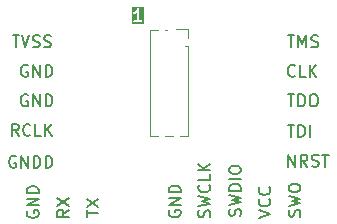
<source format=gbr>
%TF.GenerationSoftware,KiCad,Pcbnew,7.0.8-7.0.8~ubuntu22.04.1*%
%TF.CreationDate,2023-10-13T21:40:15+02:00*%
%TF.ProjectId,st_adap,73745f61-6461-4702-9e6b-696361645f70,rev?*%
%TF.SameCoordinates,Original*%
%TF.FileFunction,Legend,Top*%
%TF.FilePolarity,Positive*%
%FSLAX46Y46*%
G04 Gerber Fmt 4.6, Leading zero omitted, Abs format (unit mm)*
G04 Created by KiCad (PCBNEW 7.0.8-7.0.8~ubuntu22.04.1) date 2023-10-13 21:40:15*
%MOMM*%
%LPD*%
G01*
G04 APERTURE LIST*
%ADD10C,0.153000*%
%ADD11C,0.200000*%
%ADD12C,0.120000*%
G04 APERTURE END LIST*
D10*
X207967282Y-112387438D02*
X207919663Y-112482676D01*
X207919663Y-112482676D02*
X207919663Y-112625533D01*
X207919663Y-112625533D02*
X207967282Y-112768390D01*
X207967282Y-112768390D02*
X208062520Y-112863628D01*
X208062520Y-112863628D02*
X208157758Y-112911247D01*
X208157758Y-112911247D02*
X208348234Y-112958866D01*
X208348234Y-112958866D02*
X208491091Y-112958866D01*
X208491091Y-112958866D02*
X208681567Y-112911247D01*
X208681567Y-112911247D02*
X208776805Y-112863628D01*
X208776805Y-112863628D02*
X208872044Y-112768390D01*
X208872044Y-112768390D02*
X208919663Y-112625533D01*
X208919663Y-112625533D02*
X208919663Y-112530295D01*
X208919663Y-112530295D02*
X208872044Y-112387438D01*
X208872044Y-112387438D02*
X208824424Y-112339819D01*
X208824424Y-112339819D02*
X208491091Y-112339819D01*
X208491091Y-112339819D02*
X208491091Y-112530295D01*
X208919663Y-111911247D02*
X207919663Y-111911247D01*
X207919663Y-111911247D02*
X208919663Y-111339819D01*
X208919663Y-111339819D02*
X207919663Y-111339819D01*
X208919663Y-110863628D02*
X207919663Y-110863628D01*
X207919663Y-110863628D02*
X207919663Y-110625533D01*
X207919663Y-110625533D02*
X207967282Y-110482676D01*
X207967282Y-110482676D02*
X208062520Y-110387438D01*
X208062520Y-110387438D02*
X208157758Y-110339819D01*
X208157758Y-110339819D02*
X208348234Y-110292200D01*
X208348234Y-110292200D02*
X208491091Y-110292200D01*
X208491091Y-110292200D02*
X208681567Y-110339819D01*
X208681567Y-110339819D02*
X208776805Y-110387438D01*
X208776805Y-110387438D02*
X208872044Y-110482676D01*
X208872044Y-110482676D02*
X208919663Y-110625533D01*
X208919663Y-110625533D02*
X208919663Y-110863628D01*
X195962561Y-100117282D02*
X195867323Y-100069663D01*
X195867323Y-100069663D02*
X195724466Y-100069663D01*
X195724466Y-100069663D02*
X195581609Y-100117282D01*
X195581609Y-100117282D02*
X195486371Y-100212520D01*
X195486371Y-100212520D02*
X195438752Y-100307758D01*
X195438752Y-100307758D02*
X195391133Y-100498234D01*
X195391133Y-100498234D02*
X195391133Y-100641091D01*
X195391133Y-100641091D02*
X195438752Y-100831567D01*
X195438752Y-100831567D02*
X195486371Y-100926805D01*
X195486371Y-100926805D02*
X195581609Y-101022044D01*
X195581609Y-101022044D02*
X195724466Y-101069663D01*
X195724466Y-101069663D02*
X195819704Y-101069663D01*
X195819704Y-101069663D02*
X195962561Y-101022044D01*
X195962561Y-101022044D02*
X196010180Y-100974424D01*
X196010180Y-100974424D02*
X196010180Y-100641091D01*
X196010180Y-100641091D02*
X195819704Y-100641091D01*
X196438752Y-101069663D02*
X196438752Y-100069663D01*
X196438752Y-100069663D02*
X197010180Y-101069663D01*
X197010180Y-101069663D02*
X197010180Y-100069663D01*
X197486371Y-101069663D02*
X197486371Y-100069663D01*
X197486371Y-100069663D02*
X197724466Y-100069663D01*
X197724466Y-100069663D02*
X197867323Y-100117282D01*
X197867323Y-100117282D02*
X197962561Y-100212520D01*
X197962561Y-100212520D02*
X198010180Y-100307758D01*
X198010180Y-100307758D02*
X198057799Y-100498234D01*
X198057799Y-100498234D02*
X198057799Y-100641091D01*
X198057799Y-100641091D02*
X198010180Y-100831567D01*
X198010180Y-100831567D02*
X197962561Y-100926805D01*
X197962561Y-100926805D02*
X197867323Y-101022044D01*
X197867323Y-101022044D02*
X197724466Y-101069663D01*
X197724466Y-101069663D02*
X197486371Y-101069663D01*
X218610180Y-100974424D02*
X218562561Y-101022044D01*
X218562561Y-101022044D02*
X218419704Y-101069663D01*
X218419704Y-101069663D02*
X218324466Y-101069663D01*
X218324466Y-101069663D02*
X218181609Y-101022044D01*
X218181609Y-101022044D02*
X218086371Y-100926805D01*
X218086371Y-100926805D02*
X218038752Y-100831567D01*
X218038752Y-100831567D02*
X217991133Y-100641091D01*
X217991133Y-100641091D02*
X217991133Y-100498234D01*
X217991133Y-100498234D02*
X218038752Y-100307758D01*
X218038752Y-100307758D02*
X218086371Y-100212520D01*
X218086371Y-100212520D02*
X218181609Y-100117282D01*
X218181609Y-100117282D02*
X218324466Y-100069663D01*
X218324466Y-100069663D02*
X218419704Y-100069663D01*
X218419704Y-100069663D02*
X218562561Y-100117282D01*
X218562561Y-100117282D02*
X218610180Y-100164901D01*
X219514942Y-101069663D02*
X219038752Y-101069663D01*
X219038752Y-101069663D02*
X219038752Y-100069663D01*
X219848276Y-101069663D02*
X219848276Y-100069663D01*
X220419704Y-101069663D02*
X219991133Y-100498234D01*
X220419704Y-100069663D02*
X219848276Y-100641091D01*
X217995895Y-97569663D02*
X218567323Y-97569663D01*
X218281609Y-98569663D02*
X218281609Y-97569663D01*
X218900657Y-98569663D02*
X218900657Y-97569663D01*
X218900657Y-97569663D02*
X219233990Y-98283948D01*
X219233990Y-98283948D02*
X219567323Y-97569663D01*
X219567323Y-97569663D02*
X219567323Y-98569663D01*
X219995895Y-98522044D02*
X220138752Y-98569663D01*
X220138752Y-98569663D02*
X220376847Y-98569663D01*
X220376847Y-98569663D02*
X220472085Y-98522044D01*
X220472085Y-98522044D02*
X220519704Y-98474424D01*
X220519704Y-98474424D02*
X220567323Y-98379186D01*
X220567323Y-98379186D02*
X220567323Y-98283948D01*
X220567323Y-98283948D02*
X220519704Y-98188710D01*
X220519704Y-98188710D02*
X220472085Y-98141091D01*
X220472085Y-98141091D02*
X220376847Y-98093472D01*
X220376847Y-98093472D02*
X220186371Y-98045853D01*
X220186371Y-98045853D02*
X220091133Y-97998234D01*
X220091133Y-97998234D02*
X220043514Y-97950615D01*
X220043514Y-97950615D02*
X219995895Y-97855377D01*
X219995895Y-97855377D02*
X219995895Y-97760139D01*
X219995895Y-97760139D02*
X220043514Y-97664901D01*
X220043514Y-97664901D02*
X220091133Y-97617282D01*
X220091133Y-97617282D02*
X220186371Y-97569663D01*
X220186371Y-97569663D02*
X220424466Y-97569663D01*
X220424466Y-97569663D02*
X220567323Y-97617282D01*
X194962561Y-107817282D02*
X194867323Y-107769663D01*
X194867323Y-107769663D02*
X194724466Y-107769663D01*
X194724466Y-107769663D02*
X194581609Y-107817282D01*
X194581609Y-107817282D02*
X194486371Y-107912520D01*
X194486371Y-107912520D02*
X194438752Y-108007758D01*
X194438752Y-108007758D02*
X194391133Y-108198234D01*
X194391133Y-108198234D02*
X194391133Y-108341091D01*
X194391133Y-108341091D02*
X194438752Y-108531567D01*
X194438752Y-108531567D02*
X194486371Y-108626805D01*
X194486371Y-108626805D02*
X194581609Y-108722044D01*
X194581609Y-108722044D02*
X194724466Y-108769663D01*
X194724466Y-108769663D02*
X194819704Y-108769663D01*
X194819704Y-108769663D02*
X194962561Y-108722044D01*
X194962561Y-108722044D02*
X195010180Y-108674424D01*
X195010180Y-108674424D02*
X195010180Y-108341091D01*
X195010180Y-108341091D02*
X194819704Y-108341091D01*
X195438752Y-108769663D02*
X195438752Y-107769663D01*
X195438752Y-107769663D02*
X196010180Y-108769663D01*
X196010180Y-108769663D02*
X196010180Y-107769663D01*
X196486371Y-108769663D02*
X196486371Y-107769663D01*
X196486371Y-107769663D02*
X196724466Y-107769663D01*
X196724466Y-107769663D02*
X196867323Y-107817282D01*
X196867323Y-107817282D02*
X196962561Y-107912520D01*
X196962561Y-107912520D02*
X197010180Y-108007758D01*
X197010180Y-108007758D02*
X197057799Y-108198234D01*
X197057799Y-108198234D02*
X197057799Y-108341091D01*
X197057799Y-108341091D02*
X197010180Y-108531567D01*
X197010180Y-108531567D02*
X196962561Y-108626805D01*
X196962561Y-108626805D02*
X196867323Y-108722044D01*
X196867323Y-108722044D02*
X196724466Y-108769663D01*
X196724466Y-108769663D02*
X196486371Y-108769663D01*
X197486371Y-108769663D02*
X197486371Y-107769663D01*
X197486371Y-107769663D02*
X197724466Y-107769663D01*
X197724466Y-107769663D02*
X197867323Y-107817282D01*
X197867323Y-107817282D02*
X197962561Y-107912520D01*
X197962561Y-107912520D02*
X198010180Y-108007758D01*
X198010180Y-108007758D02*
X198057799Y-108198234D01*
X198057799Y-108198234D02*
X198057799Y-108341091D01*
X198057799Y-108341091D02*
X198010180Y-108531567D01*
X198010180Y-108531567D02*
X197962561Y-108626805D01*
X197962561Y-108626805D02*
X197867323Y-108722044D01*
X197867323Y-108722044D02*
X197724466Y-108769663D01*
X197724466Y-108769663D02*
X197486371Y-108769663D01*
D11*
G36*
X205831445Y-96610076D02*
G01*
X204780312Y-96610076D01*
X204780312Y-95667826D01*
X204923169Y-95667826D01*
X204950808Y-95723105D01*
X205005661Y-95751581D01*
X205066775Y-95742376D01*
X205162013Y-95694757D01*
X205173560Y-95683383D01*
X205188003Y-95676025D01*
X205207768Y-95656260D01*
X205207768Y-96267219D01*
X205022054Y-96267219D01*
X204963275Y-96286317D01*
X204926948Y-96336317D01*
X204926948Y-96398121D01*
X204963275Y-96448121D01*
X205022054Y-96467219D01*
X205593482Y-96467219D01*
X205652261Y-96448121D01*
X205688588Y-96398121D01*
X205688588Y-96336317D01*
X205652261Y-96286317D01*
X205593482Y-96267219D01*
X205407768Y-96267219D01*
X205407768Y-95367219D01*
X205407117Y-95365216D01*
X205407687Y-95363188D01*
X205397625Y-95336003D01*
X205388670Y-95308440D01*
X205386965Y-95307201D01*
X205386235Y-95305227D01*
X205362116Y-95289148D01*
X205338670Y-95272113D01*
X205336564Y-95272113D01*
X205334811Y-95270944D01*
X205305831Y-95272113D01*
X205276866Y-95272113D01*
X205275163Y-95273350D01*
X205273058Y-95273435D01*
X205250314Y-95291403D01*
X205226866Y-95308440D01*
X205226214Y-95310443D01*
X205224563Y-95311749D01*
X205134819Y-95446365D01*
X205058055Y-95523128D01*
X204977333Y-95563490D01*
X204933300Y-95606859D01*
X204923169Y-95667826D01*
X204780312Y-95667826D01*
X204780312Y-95128087D01*
X205831445Y-95128087D01*
X205831445Y-96610076D01*
G37*
D10*
X218038752Y-108669663D02*
X218038752Y-107669663D01*
X218038752Y-107669663D02*
X218610180Y-108669663D01*
X218610180Y-108669663D02*
X218610180Y-107669663D01*
X219657799Y-108669663D02*
X219324466Y-108193472D01*
X219086371Y-108669663D02*
X219086371Y-107669663D01*
X219086371Y-107669663D02*
X219467323Y-107669663D01*
X219467323Y-107669663D02*
X219562561Y-107717282D01*
X219562561Y-107717282D02*
X219610180Y-107764901D01*
X219610180Y-107764901D02*
X219657799Y-107860139D01*
X219657799Y-107860139D02*
X219657799Y-108002996D01*
X219657799Y-108002996D02*
X219610180Y-108098234D01*
X219610180Y-108098234D02*
X219562561Y-108145853D01*
X219562561Y-108145853D02*
X219467323Y-108193472D01*
X219467323Y-108193472D02*
X219086371Y-108193472D01*
X220038752Y-108622044D02*
X220181609Y-108669663D01*
X220181609Y-108669663D02*
X220419704Y-108669663D01*
X220419704Y-108669663D02*
X220514942Y-108622044D01*
X220514942Y-108622044D02*
X220562561Y-108574424D01*
X220562561Y-108574424D02*
X220610180Y-108479186D01*
X220610180Y-108479186D02*
X220610180Y-108383948D01*
X220610180Y-108383948D02*
X220562561Y-108288710D01*
X220562561Y-108288710D02*
X220514942Y-108241091D01*
X220514942Y-108241091D02*
X220419704Y-108193472D01*
X220419704Y-108193472D02*
X220229228Y-108145853D01*
X220229228Y-108145853D02*
X220133990Y-108098234D01*
X220133990Y-108098234D02*
X220086371Y-108050615D01*
X220086371Y-108050615D02*
X220038752Y-107955377D01*
X220038752Y-107955377D02*
X220038752Y-107860139D01*
X220038752Y-107860139D02*
X220086371Y-107764901D01*
X220086371Y-107764901D02*
X220133990Y-107717282D01*
X220133990Y-107717282D02*
X220229228Y-107669663D01*
X220229228Y-107669663D02*
X220467323Y-107669663D01*
X220467323Y-107669663D02*
X220610180Y-107717282D01*
X220895895Y-107669663D02*
X221467323Y-107669663D01*
X221181609Y-108669663D02*
X221181609Y-107669663D01*
X195962561Y-102617282D02*
X195867323Y-102569663D01*
X195867323Y-102569663D02*
X195724466Y-102569663D01*
X195724466Y-102569663D02*
X195581609Y-102617282D01*
X195581609Y-102617282D02*
X195486371Y-102712520D01*
X195486371Y-102712520D02*
X195438752Y-102807758D01*
X195438752Y-102807758D02*
X195391133Y-102998234D01*
X195391133Y-102998234D02*
X195391133Y-103141091D01*
X195391133Y-103141091D02*
X195438752Y-103331567D01*
X195438752Y-103331567D02*
X195486371Y-103426805D01*
X195486371Y-103426805D02*
X195581609Y-103522044D01*
X195581609Y-103522044D02*
X195724466Y-103569663D01*
X195724466Y-103569663D02*
X195819704Y-103569663D01*
X195819704Y-103569663D02*
X195962561Y-103522044D01*
X195962561Y-103522044D02*
X196010180Y-103474424D01*
X196010180Y-103474424D02*
X196010180Y-103141091D01*
X196010180Y-103141091D02*
X195819704Y-103141091D01*
X196438752Y-103569663D02*
X196438752Y-102569663D01*
X196438752Y-102569663D02*
X197010180Y-103569663D01*
X197010180Y-103569663D02*
X197010180Y-102569663D01*
X197486371Y-103569663D02*
X197486371Y-102569663D01*
X197486371Y-102569663D02*
X197724466Y-102569663D01*
X197724466Y-102569663D02*
X197867323Y-102617282D01*
X197867323Y-102617282D02*
X197962561Y-102712520D01*
X197962561Y-102712520D02*
X198010180Y-102807758D01*
X198010180Y-102807758D02*
X198057799Y-102998234D01*
X198057799Y-102998234D02*
X198057799Y-103141091D01*
X198057799Y-103141091D02*
X198010180Y-103331567D01*
X198010180Y-103331567D02*
X197962561Y-103426805D01*
X197962561Y-103426805D02*
X197867323Y-103522044D01*
X197867323Y-103522044D02*
X197724466Y-103569663D01*
X197724466Y-103569663D02*
X197486371Y-103569663D01*
X195957282Y-112437438D02*
X195909663Y-112532676D01*
X195909663Y-112532676D02*
X195909663Y-112675533D01*
X195909663Y-112675533D02*
X195957282Y-112818390D01*
X195957282Y-112818390D02*
X196052520Y-112913628D01*
X196052520Y-112913628D02*
X196147758Y-112961247D01*
X196147758Y-112961247D02*
X196338234Y-113008866D01*
X196338234Y-113008866D02*
X196481091Y-113008866D01*
X196481091Y-113008866D02*
X196671567Y-112961247D01*
X196671567Y-112961247D02*
X196766805Y-112913628D01*
X196766805Y-112913628D02*
X196862044Y-112818390D01*
X196862044Y-112818390D02*
X196909663Y-112675533D01*
X196909663Y-112675533D02*
X196909663Y-112580295D01*
X196909663Y-112580295D02*
X196862044Y-112437438D01*
X196862044Y-112437438D02*
X196814424Y-112389819D01*
X196814424Y-112389819D02*
X196481091Y-112389819D01*
X196481091Y-112389819D02*
X196481091Y-112580295D01*
X196909663Y-111961247D02*
X195909663Y-111961247D01*
X195909663Y-111961247D02*
X196909663Y-111389819D01*
X196909663Y-111389819D02*
X195909663Y-111389819D01*
X196909663Y-110913628D02*
X195909663Y-110913628D01*
X195909663Y-110913628D02*
X195909663Y-110675533D01*
X195909663Y-110675533D02*
X195957282Y-110532676D01*
X195957282Y-110532676D02*
X196052520Y-110437438D01*
X196052520Y-110437438D02*
X196147758Y-110389819D01*
X196147758Y-110389819D02*
X196338234Y-110342200D01*
X196338234Y-110342200D02*
X196481091Y-110342200D01*
X196481091Y-110342200D02*
X196671567Y-110389819D01*
X196671567Y-110389819D02*
X196766805Y-110437438D01*
X196766805Y-110437438D02*
X196862044Y-110532676D01*
X196862044Y-110532676D02*
X196909663Y-110675533D01*
X196909663Y-110675533D02*
X196909663Y-110913628D01*
X215519663Y-113004104D02*
X216519663Y-112670771D01*
X216519663Y-112670771D02*
X215519663Y-112337438D01*
X216424424Y-111432676D02*
X216472044Y-111480295D01*
X216472044Y-111480295D02*
X216519663Y-111623152D01*
X216519663Y-111623152D02*
X216519663Y-111718390D01*
X216519663Y-111718390D02*
X216472044Y-111861247D01*
X216472044Y-111861247D02*
X216376805Y-111956485D01*
X216376805Y-111956485D02*
X216281567Y-112004104D01*
X216281567Y-112004104D02*
X216091091Y-112051723D01*
X216091091Y-112051723D02*
X215948234Y-112051723D01*
X215948234Y-112051723D02*
X215757758Y-112004104D01*
X215757758Y-112004104D02*
X215662520Y-111956485D01*
X215662520Y-111956485D02*
X215567282Y-111861247D01*
X215567282Y-111861247D02*
X215519663Y-111718390D01*
X215519663Y-111718390D02*
X215519663Y-111623152D01*
X215519663Y-111623152D02*
X215567282Y-111480295D01*
X215567282Y-111480295D02*
X215614901Y-111432676D01*
X216424424Y-110432676D02*
X216472044Y-110480295D01*
X216472044Y-110480295D02*
X216519663Y-110623152D01*
X216519663Y-110623152D02*
X216519663Y-110718390D01*
X216519663Y-110718390D02*
X216472044Y-110861247D01*
X216472044Y-110861247D02*
X216376805Y-110956485D01*
X216376805Y-110956485D02*
X216281567Y-111004104D01*
X216281567Y-111004104D02*
X216091091Y-111051723D01*
X216091091Y-111051723D02*
X215948234Y-111051723D01*
X215948234Y-111051723D02*
X215757758Y-111004104D01*
X215757758Y-111004104D02*
X215662520Y-110956485D01*
X215662520Y-110956485D02*
X215567282Y-110861247D01*
X215567282Y-110861247D02*
X215519663Y-110718390D01*
X215519663Y-110718390D02*
X215519663Y-110623152D01*
X215519663Y-110623152D02*
X215567282Y-110480295D01*
X215567282Y-110480295D02*
X215614901Y-110432676D01*
X213972044Y-112858866D02*
X214019663Y-112716009D01*
X214019663Y-112716009D02*
X214019663Y-112477914D01*
X214019663Y-112477914D02*
X213972044Y-112382676D01*
X213972044Y-112382676D02*
X213924424Y-112335057D01*
X213924424Y-112335057D02*
X213829186Y-112287438D01*
X213829186Y-112287438D02*
X213733948Y-112287438D01*
X213733948Y-112287438D02*
X213638710Y-112335057D01*
X213638710Y-112335057D02*
X213591091Y-112382676D01*
X213591091Y-112382676D02*
X213543472Y-112477914D01*
X213543472Y-112477914D02*
X213495853Y-112668390D01*
X213495853Y-112668390D02*
X213448234Y-112763628D01*
X213448234Y-112763628D02*
X213400615Y-112811247D01*
X213400615Y-112811247D02*
X213305377Y-112858866D01*
X213305377Y-112858866D02*
X213210139Y-112858866D01*
X213210139Y-112858866D02*
X213114901Y-112811247D01*
X213114901Y-112811247D02*
X213067282Y-112763628D01*
X213067282Y-112763628D02*
X213019663Y-112668390D01*
X213019663Y-112668390D02*
X213019663Y-112430295D01*
X213019663Y-112430295D02*
X213067282Y-112287438D01*
X213019663Y-111954104D02*
X214019663Y-111716009D01*
X214019663Y-111716009D02*
X213305377Y-111525533D01*
X213305377Y-111525533D02*
X214019663Y-111335057D01*
X214019663Y-111335057D02*
X213019663Y-111096962D01*
X214019663Y-110716009D02*
X213019663Y-110716009D01*
X213019663Y-110716009D02*
X213019663Y-110477914D01*
X213019663Y-110477914D02*
X213067282Y-110335057D01*
X213067282Y-110335057D02*
X213162520Y-110239819D01*
X213162520Y-110239819D02*
X213257758Y-110192200D01*
X213257758Y-110192200D02*
X213448234Y-110144581D01*
X213448234Y-110144581D02*
X213591091Y-110144581D01*
X213591091Y-110144581D02*
X213781567Y-110192200D01*
X213781567Y-110192200D02*
X213876805Y-110239819D01*
X213876805Y-110239819D02*
X213972044Y-110335057D01*
X213972044Y-110335057D02*
X214019663Y-110477914D01*
X214019663Y-110477914D02*
X214019663Y-110716009D01*
X214019663Y-109716009D02*
X213019663Y-109716009D01*
X213019663Y-109049343D02*
X213019663Y-108858867D01*
X213019663Y-108858867D02*
X213067282Y-108763629D01*
X213067282Y-108763629D02*
X213162520Y-108668391D01*
X213162520Y-108668391D02*
X213352996Y-108620772D01*
X213352996Y-108620772D02*
X213686329Y-108620772D01*
X213686329Y-108620772D02*
X213876805Y-108668391D01*
X213876805Y-108668391D02*
X213972044Y-108763629D01*
X213972044Y-108763629D02*
X214019663Y-108858867D01*
X214019663Y-108858867D02*
X214019663Y-109049343D01*
X214019663Y-109049343D02*
X213972044Y-109144581D01*
X213972044Y-109144581D02*
X213876805Y-109239819D01*
X213876805Y-109239819D02*
X213686329Y-109287438D01*
X213686329Y-109287438D02*
X213352996Y-109287438D01*
X213352996Y-109287438D02*
X213162520Y-109239819D01*
X213162520Y-109239819D02*
X213067282Y-109144581D01*
X213067282Y-109144581D02*
X213019663Y-109049343D01*
X199459663Y-112339819D02*
X198983472Y-112673152D01*
X199459663Y-112911247D02*
X198459663Y-112911247D01*
X198459663Y-112911247D02*
X198459663Y-112530295D01*
X198459663Y-112530295D02*
X198507282Y-112435057D01*
X198507282Y-112435057D02*
X198554901Y-112387438D01*
X198554901Y-112387438D02*
X198650139Y-112339819D01*
X198650139Y-112339819D02*
X198792996Y-112339819D01*
X198792996Y-112339819D02*
X198888234Y-112387438D01*
X198888234Y-112387438D02*
X198935853Y-112435057D01*
X198935853Y-112435057D02*
X198983472Y-112530295D01*
X198983472Y-112530295D02*
X198983472Y-112911247D01*
X198459663Y-112006485D02*
X199459663Y-111339819D01*
X198459663Y-111339819D02*
X199459663Y-112006485D01*
X195210180Y-106069663D02*
X194876847Y-105593472D01*
X194638752Y-106069663D02*
X194638752Y-105069663D01*
X194638752Y-105069663D02*
X195019704Y-105069663D01*
X195019704Y-105069663D02*
X195114942Y-105117282D01*
X195114942Y-105117282D02*
X195162561Y-105164901D01*
X195162561Y-105164901D02*
X195210180Y-105260139D01*
X195210180Y-105260139D02*
X195210180Y-105402996D01*
X195210180Y-105402996D02*
X195162561Y-105498234D01*
X195162561Y-105498234D02*
X195114942Y-105545853D01*
X195114942Y-105545853D02*
X195019704Y-105593472D01*
X195019704Y-105593472D02*
X194638752Y-105593472D01*
X196210180Y-105974424D02*
X196162561Y-106022044D01*
X196162561Y-106022044D02*
X196019704Y-106069663D01*
X196019704Y-106069663D02*
X195924466Y-106069663D01*
X195924466Y-106069663D02*
X195781609Y-106022044D01*
X195781609Y-106022044D02*
X195686371Y-105926805D01*
X195686371Y-105926805D02*
X195638752Y-105831567D01*
X195638752Y-105831567D02*
X195591133Y-105641091D01*
X195591133Y-105641091D02*
X195591133Y-105498234D01*
X195591133Y-105498234D02*
X195638752Y-105307758D01*
X195638752Y-105307758D02*
X195686371Y-105212520D01*
X195686371Y-105212520D02*
X195781609Y-105117282D01*
X195781609Y-105117282D02*
X195924466Y-105069663D01*
X195924466Y-105069663D02*
X196019704Y-105069663D01*
X196019704Y-105069663D02*
X196162561Y-105117282D01*
X196162561Y-105117282D02*
X196210180Y-105164901D01*
X197114942Y-106069663D02*
X196638752Y-106069663D01*
X196638752Y-106069663D02*
X196638752Y-105069663D01*
X197448276Y-106069663D02*
X197448276Y-105069663D01*
X198019704Y-106069663D02*
X197591133Y-105498234D01*
X198019704Y-105069663D02*
X197448276Y-105641091D01*
X194695895Y-97569663D02*
X195267323Y-97569663D01*
X194981609Y-98569663D02*
X194981609Y-97569663D01*
X195457800Y-97569663D02*
X195791133Y-98569663D01*
X195791133Y-98569663D02*
X196124466Y-97569663D01*
X196410181Y-98522044D02*
X196553038Y-98569663D01*
X196553038Y-98569663D02*
X196791133Y-98569663D01*
X196791133Y-98569663D02*
X196886371Y-98522044D01*
X196886371Y-98522044D02*
X196933990Y-98474424D01*
X196933990Y-98474424D02*
X196981609Y-98379186D01*
X196981609Y-98379186D02*
X196981609Y-98283948D01*
X196981609Y-98283948D02*
X196933990Y-98188710D01*
X196933990Y-98188710D02*
X196886371Y-98141091D01*
X196886371Y-98141091D02*
X196791133Y-98093472D01*
X196791133Y-98093472D02*
X196600657Y-98045853D01*
X196600657Y-98045853D02*
X196505419Y-97998234D01*
X196505419Y-97998234D02*
X196457800Y-97950615D01*
X196457800Y-97950615D02*
X196410181Y-97855377D01*
X196410181Y-97855377D02*
X196410181Y-97760139D01*
X196410181Y-97760139D02*
X196457800Y-97664901D01*
X196457800Y-97664901D02*
X196505419Y-97617282D01*
X196505419Y-97617282D02*
X196600657Y-97569663D01*
X196600657Y-97569663D02*
X196838752Y-97569663D01*
X196838752Y-97569663D02*
X196981609Y-97617282D01*
X197362562Y-98522044D02*
X197505419Y-98569663D01*
X197505419Y-98569663D02*
X197743514Y-98569663D01*
X197743514Y-98569663D02*
X197838752Y-98522044D01*
X197838752Y-98522044D02*
X197886371Y-98474424D01*
X197886371Y-98474424D02*
X197933990Y-98379186D01*
X197933990Y-98379186D02*
X197933990Y-98283948D01*
X197933990Y-98283948D02*
X197886371Y-98188710D01*
X197886371Y-98188710D02*
X197838752Y-98141091D01*
X197838752Y-98141091D02*
X197743514Y-98093472D01*
X197743514Y-98093472D02*
X197553038Y-98045853D01*
X197553038Y-98045853D02*
X197457800Y-97998234D01*
X197457800Y-97998234D02*
X197410181Y-97950615D01*
X197410181Y-97950615D02*
X197362562Y-97855377D01*
X197362562Y-97855377D02*
X197362562Y-97760139D01*
X197362562Y-97760139D02*
X197410181Y-97664901D01*
X197410181Y-97664901D02*
X197457800Y-97617282D01*
X197457800Y-97617282D02*
X197553038Y-97569663D01*
X197553038Y-97569663D02*
X197791133Y-97569663D01*
X197791133Y-97569663D02*
X197933990Y-97617282D01*
X211372044Y-112958866D02*
X211419663Y-112816009D01*
X211419663Y-112816009D02*
X211419663Y-112577914D01*
X211419663Y-112577914D02*
X211372044Y-112482676D01*
X211372044Y-112482676D02*
X211324424Y-112435057D01*
X211324424Y-112435057D02*
X211229186Y-112387438D01*
X211229186Y-112387438D02*
X211133948Y-112387438D01*
X211133948Y-112387438D02*
X211038710Y-112435057D01*
X211038710Y-112435057D02*
X210991091Y-112482676D01*
X210991091Y-112482676D02*
X210943472Y-112577914D01*
X210943472Y-112577914D02*
X210895853Y-112768390D01*
X210895853Y-112768390D02*
X210848234Y-112863628D01*
X210848234Y-112863628D02*
X210800615Y-112911247D01*
X210800615Y-112911247D02*
X210705377Y-112958866D01*
X210705377Y-112958866D02*
X210610139Y-112958866D01*
X210610139Y-112958866D02*
X210514901Y-112911247D01*
X210514901Y-112911247D02*
X210467282Y-112863628D01*
X210467282Y-112863628D02*
X210419663Y-112768390D01*
X210419663Y-112768390D02*
X210419663Y-112530295D01*
X210419663Y-112530295D02*
X210467282Y-112387438D01*
X210419663Y-112054104D02*
X211419663Y-111816009D01*
X211419663Y-111816009D02*
X210705377Y-111625533D01*
X210705377Y-111625533D02*
X211419663Y-111435057D01*
X211419663Y-111435057D02*
X210419663Y-111196962D01*
X211324424Y-110244581D02*
X211372044Y-110292200D01*
X211372044Y-110292200D02*
X211419663Y-110435057D01*
X211419663Y-110435057D02*
X211419663Y-110530295D01*
X211419663Y-110530295D02*
X211372044Y-110673152D01*
X211372044Y-110673152D02*
X211276805Y-110768390D01*
X211276805Y-110768390D02*
X211181567Y-110816009D01*
X211181567Y-110816009D02*
X210991091Y-110863628D01*
X210991091Y-110863628D02*
X210848234Y-110863628D01*
X210848234Y-110863628D02*
X210657758Y-110816009D01*
X210657758Y-110816009D02*
X210562520Y-110768390D01*
X210562520Y-110768390D02*
X210467282Y-110673152D01*
X210467282Y-110673152D02*
X210419663Y-110530295D01*
X210419663Y-110530295D02*
X210419663Y-110435057D01*
X210419663Y-110435057D02*
X210467282Y-110292200D01*
X210467282Y-110292200D02*
X210514901Y-110244581D01*
X211419663Y-109339819D02*
X211419663Y-109816009D01*
X211419663Y-109816009D02*
X210419663Y-109816009D01*
X211419663Y-109006485D02*
X210419663Y-109006485D01*
X211419663Y-108435057D02*
X210848234Y-108863628D01*
X210419663Y-108435057D02*
X210991091Y-109006485D01*
X200959663Y-112904104D02*
X200959663Y-112332676D01*
X201959663Y-112618390D02*
X200959663Y-112618390D01*
X200959663Y-112094580D02*
X201959663Y-111427914D01*
X200959663Y-111427914D02*
X201959663Y-112094580D01*
X217995895Y-102569663D02*
X218567323Y-102569663D01*
X218281609Y-103569663D02*
X218281609Y-102569663D01*
X218900657Y-103569663D02*
X218900657Y-102569663D01*
X218900657Y-102569663D02*
X219138752Y-102569663D01*
X219138752Y-102569663D02*
X219281609Y-102617282D01*
X219281609Y-102617282D02*
X219376847Y-102712520D01*
X219376847Y-102712520D02*
X219424466Y-102807758D01*
X219424466Y-102807758D02*
X219472085Y-102998234D01*
X219472085Y-102998234D02*
X219472085Y-103141091D01*
X219472085Y-103141091D02*
X219424466Y-103331567D01*
X219424466Y-103331567D02*
X219376847Y-103426805D01*
X219376847Y-103426805D02*
X219281609Y-103522044D01*
X219281609Y-103522044D02*
X219138752Y-103569663D01*
X219138752Y-103569663D02*
X218900657Y-103569663D01*
X220091133Y-102569663D02*
X220281609Y-102569663D01*
X220281609Y-102569663D02*
X220376847Y-102617282D01*
X220376847Y-102617282D02*
X220472085Y-102712520D01*
X220472085Y-102712520D02*
X220519704Y-102902996D01*
X220519704Y-102902996D02*
X220519704Y-103236329D01*
X220519704Y-103236329D02*
X220472085Y-103426805D01*
X220472085Y-103426805D02*
X220376847Y-103522044D01*
X220376847Y-103522044D02*
X220281609Y-103569663D01*
X220281609Y-103569663D02*
X220091133Y-103569663D01*
X220091133Y-103569663D02*
X219995895Y-103522044D01*
X219995895Y-103522044D02*
X219900657Y-103426805D01*
X219900657Y-103426805D02*
X219853038Y-103236329D01*
X219853038Y-103236329D02*
X219853038Y-102902996D01*
X219853038Y-102902996D02*
X219900657Y-102712520D01*
X219900657Y-102712520D02*
X219995895Y-102617282D01*
X219995895Y-102617282D02*
X220091133Y-102569663D01*
X217995895Y-105169663D02*
X218567323Y-105169663D01*
X218281609Y-106169663D02*
X218281609Y-105169663D01*
X218900657Y-106169663D02*
X218900657Y-105169663D01*
X218900657Y-105169663D02*
X219138752Y-105169663D01*
X219138752Y-105169663D02*
X219281609Y-105217282D01*
X219281609Y-105217282D02*
X219376847Y-105312520D01*
X219376847Y-105312520D02*
X219424466Y-105407758D01*
X219424466Y-105407758D02*
X219472085Y-105598234D01*
X219472085Y-105598234D02*
X219472085Y-105741091D01*
X219472085Y-105741091D02*
X219424466Y-105931567D01*
X219424466Y-105931567D02*
X219376847Y-106026805D01*
X219376847Y-106026805D02*
X219281609Y-106122044D01*
X219281609Y-106122044D02*
X219138752Y-106169663D01*
X219138752Y-106169663D02*
X218900657Y-106169663D01*
X219900657Y-106169663D02*
X219900657Y-105169663D01*
X219022044Y-112908866D02*
X219069663Y-112766009D01*
X219069663Y-112766009D02*
X219069663Y-112527914D01*
X219069663Y-112527914D02*
X219022044Y-112432676D01*
X219022044Y-112432676D02*
X218974424Y-112385057D01*
X218974424Y-112385057D02*
X218879186Y-112337438D01*
X218879186Y-112337438D02*
X218783948Y-112337438D01*
X218783948Y-112337438D02*
X218688710Y-112385057D01*
X218688710Y-112385057D02*
X218641091Y-112432676D01*
X218641091Y-112432676D02*
X218593472Y-112527914D01*
X218593472Y-112527914D02*
X218545853Y-112718390D01*
X218545853Y-112718390D02*
X218498234Y-112813628D01*
X218498234Y-112813628D02*
X218450615Y-112861247D01*
X218450615Y-112861247D02*
X218355377Y-112908866D01*
X218355377Y-112908866D02*
X218260139Y-112908866D01*
X218260139Y-112908866D02*
X218164901Y-112861247D01*
X218164901Y-112861247D02*
X218117282Y-112813628D01*
X218117282Y-112813628D02*
X218069663Y-112718390D01*
X218069663Y-112718390D02*
X218069663Y-112480295D01*
X218069663Y-112480295D02*
X218117282Y-112337438D01*
X218069663Y-112004104D02*
X219069663Y-111766009D01*
X219069663Y-111766009D02*
X218355377Y-111575533D01*
X218355377Y-111575533D02*
X219069663Y-111385057D01*
X219069663Y-111385057D02*
X218069663Y-111146962D01*
X218069663Y-110575533D02*
X218069663Y-110385057D01*
X218069663Y-110385057D02*
X218117282Y-110289819D01*
X218117282Y-110289819D02*
X218212520Y-110194581D01*
X218212520Y-110194581D02*
X218402996Y-110146962D01*
X218402996Y-110146962D02*
X218736329Y-110146962D01*
X218736329Y-110146962D02*
X218926805Y-110194581D01*
X218926805Y-110194581D02*
X219022044Y-110289819D01*
X219022044Y-110289819D02*
X219069663Y-110385057D01*
X219069663Y-110385057D02*
X219069663Y-110575533D01*
X219069663Y-110575533D02*
X219022044Y-110670771D01*
X219022044Y-110670771D02*
X218926805Y-110766009D01*
X218926805Y-110766009D02*
X218736329Y-110813628D01*
X218736329Y-110813628D02*
X218402996Y-110813628D01*
X218402996Y-110813628D02*
X218212520Y-110766009D01*
X218212520Y-110766009D02*
X218117282Y-110670771D01*
X218117282Y-110670771D02*
X218069663Y-110575533D01*
D12*
%TO.C,J1*%
X206345000Y-97095000D02*
X206345000Y-106105000D01*
X206345000Y-97095000D02*
X206987470Y-97095000D01*
X206345000Y-106105000D02*
X206987470Y-106105000D01*
X207602530Y-97095000D02*
X207805000Y-97095000D01*
X207602530Y-106105000D02*
X208257470Y-106105000D01*
X208565000Y-97030000D02*
X209515000Y-97030000D01*
X208872530Y-106105000D02*
X209515000Y-106105000D01*
X209325000Y-98425000D02*
X209515000Y-98425000D01*
X209515000Y-97030000D02*
X209515000Y-97790000D01*
X209515000Y-98425000D02*
X209515000Y-106105000D01*
%TD*%
M02*

</source>
